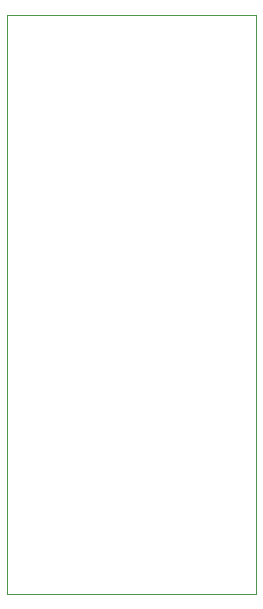
<source format=gbr>
G04 #@! TF.FileFunction,Profile,NP*
%FSLAX46Y46*%
G04 Gerber Fmt 4.6, Leading zero omitted, Abs format (unit mm)*
G04 Created by KiCad (PCBNEW (2015-02-18 BZR 5431)-product) date Sat Mar 14 17:37:27 2015*
%MOMM*%
G01*
G04 APERTURE LIST*
%ADD10C,0.100000*%
G04 APERTURE END LIST*
D10*
X98882200Y-143764000D02*
X120015000Y-143764000D01*
X98882200Y-94767400D02*
X98882200Y-143764000D01*
X120015000Y-94767400D02*
X98882200Y-94767400D01*
X120015000Y-94767400D02*
X120015000Y-143764000D01*
M02*

</source>
